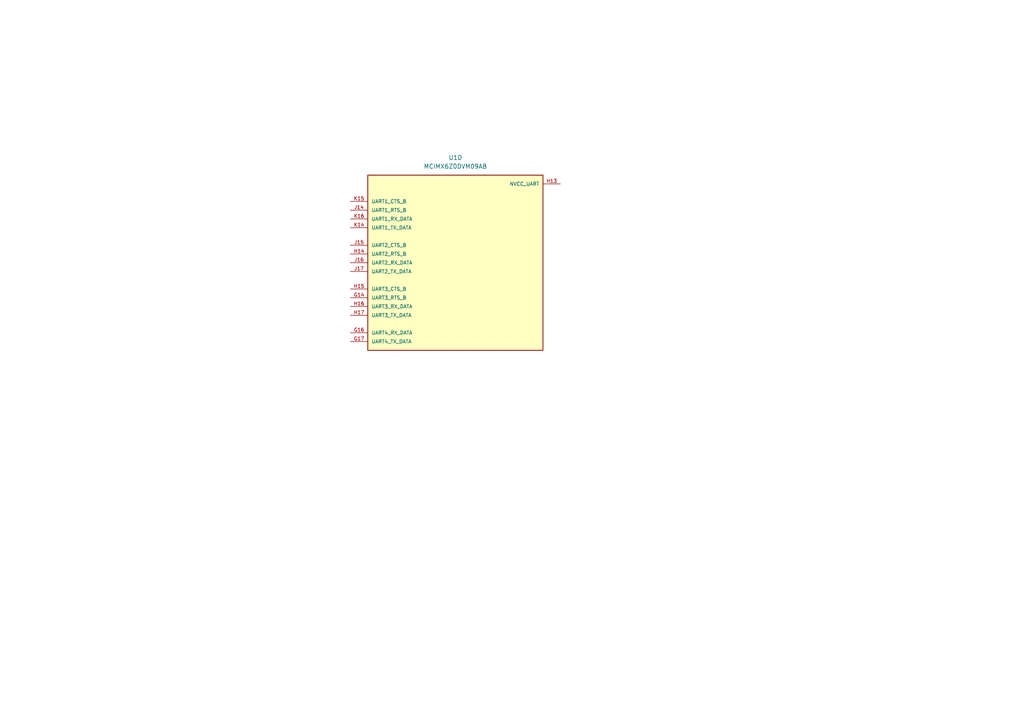
<source format=kicad_sch>
(kicad_sch (version 20211123) (generator eeschema)
  (paper "A4")
  (lib_symbols
    (symbol "MCIMX6Z0DVM09AB:MCIMX6Z0DVM09AB" (pin_names (offset 1.016))
      (property "Reference" "U" (at -33.02 31.75 0))
      (property "Value" "MCIMX6Z0DVM09AB" (at -33.02 -31.75 0))
      (symbol "MCIMX6Z0DVM09AB_1_0"
        (rectangle (start -33.02 -30.48) (end 33.02 30.48) (stroke (width 0.254)) (fill (type background)))
        (pin input clock (at -38.1 -5.08 0) (length 5.08) (name "I2C2_SCL") (number "F17"))
        (pin bidirectional line (at -38.1 -7.62 0) (length 5.08) (name "I2C2_SDA") (number "G13"))
        (pin power_in line (at 38.1 -27.94 180) (length 5.08) (name "NGND_KEL0") (number "M12"))
        (pin input clock (at 38.1 -10.16 180) (length 5.08) (name "JTAG_TCK") (number "M14"))
        (pin input line (at 38.1 -20.32 180) (length 5.08) (name "JTAG_TRST_B") (number "N14"))
        (pin output line (at 38.1 -15.24 180) (length 5.08) (name "JTAG_TDO") (number "N15"))
        (pin input line (at 38.1 -12.7 180) (length 5.08) (name "JTAG_TDI") (number "N16"))
        (pin input line (at -38.1 17.78 0) (length 5.08) (name "TEST_MODE") (number "N7"))
        (pin power_in line (at 38.1 27.94 180) (length 5.08) (name "NVCC_PLL") (number "P13"))
        (pin input line (at 38.1 -17.78 180) (length 5.08) (name "JTAG_TMS") (number "P14"))
        (pin input line (at 38.1 -7.62 180) (length 5.08) (name "JTAG_MOD") (number "P15"))
        (pin input clock (at -38.1 5.08 0) (length 5.08) (name "CCM_CLK1_N") (number "P16"))
        (pin input clock (at -38.1 2.54 0) (length 5.08) (name "CCM_CLK1_P") (number "P17"))
        (pin input line (at -38.1 20.32 0) (length 5.08) (name "POR_B") (number "P8"))
        (pin bidirectional line (at 38.1 22.86 180) (length 5.08) (name "GPANIO") (number "R13"))
        (pin input line (at -38.1 22.86 0) (length 5.08) (name "ONOFF") (number "R8"))
        (pin input line (at -38.1 12.7 0) (length 5.08) (name "BOOT_MODE0") (number "T10"))
        (pin input line (at -38.1 -20.32 0) (length 5.08) (name "RTC_XTALI") (number "T11"))
        (pin power_in line (at 38.1 5.08 180) (length 5.08) (name "USB_OTG1_VBUS") (number "T12"))
        (pin bidirectional line (at 38.1 2.54 180) (length 5.08) (name "USB_OTG2_DN") (number "T13"))
        (pin bidirectional line (at 38.1 10.16 180) (length 5.08) (name "USB_OTG1_DN") (number "T15"))
        (pin input line (at -38.1 -12.7 0) (length 5.08) (name "XTALI") (number "T16"))
        (pin output line (at -38.1 -15.24 0) (length 5.08) (name "XTALO") (number "T17"))
        (pin output line (at 38.1 17.78 180) (length 5.08) (name "SNVS_PMIC_ON_REQ") (number "T9"))
        (pin input line (at -38.1 10.16 0) (length 5.08) (name "BOOT_MODE1") (number "U10"))
        (pin output line (at -38.1 -22.86 0) (length 5.08) (name "RTC_XTALO") (number "U11"))
        (pin power_in line (at 38.1 -2.54 180) (length 5.08) (name "USB_OTG2_VBUS") (number "U12"))
        (pin bidirectional line (at 38.1 0 180) (length 5.08) (name "USB_OTG2_DP") (number "U13"))
        (pin bidirectional line (at 38.1 7.62 180) (length 5.08) (name "USB_OTG1_DP") (number "U15"))
        (pin bidirectional line (at 38.1 12.7 180) (length 5.08) (name "USB_OTG1_CHD_B") (number "U16"))
        (pin output line (at -38.1 0 0) (length 5.08) (name "CCM_PMIC_STBY_REQ") (number "U9"))
      )
      (symbol "MCIMX6Z0DVM09AB_2_0"
        (rectangle (start -25.4 -48.26) (end 25.4 45.72) (stroke (width 0.254)) (fill (type background)))
        (pin output line (at 30.48 17.78 180) (length 5.08) (name "DRAM_ODT1") (number "F1"))
        (pin output line (at 30.48 -43.18 180) (length 5.08) (name "DRAM_ADDR14") (number "G1"))
        (pin output line (at 30.48 -22.86 180) (length 5.08) (name "DRAM_ADDR06") (number "G2"))
        (pin output line (at 30.48 12.7 180) (length 5.08) (name "DRAM_RESET") (number "G4"))
        (pin power_in line (at 30.48 40.64 180) (length 5.08) (name "NVCC_DRAM") (number "G6"))
        (pin output line (at 30.48 7.62 180) (length 5.08) (name "DRAM_SDBA1") (number "H1"))
        (pin output line (at 30.48 -10.16 180) (length 5.08) (name "DRAM_ADDR01") (number "H2"))
        (pin output line (at 30.48 -40.64 180) (length 5.08) (name "DRAM_ADDR13") (number "H3"))
        (pin output line (at 30.48 -25.4 180) (length 5.08) (name "DRAM_ADDR07") (number "H4"))
        (pin output line (at 30.48 27.94 180) (length 5.08) (name "DRAM_CS1_B") (number "H5"))
        (pin power_in line (at 30.48 40.64 180) (length 5.08) (name "NVCC_DRAM") (number "H6"))
        (pin output line (at 30.48 -2.54 180) (length 5.08) (name "DRAM_SDWE_B") (number "J1"))
        (pin output line (at 30.48 33.02 180) (length 5.08) (name "DRAM_CAS_B") (number "J2"))
        (pin output line (at 30.48 0 180) (length 5.08) (name "DRAM_SDCKE1") (number "J3"))
        (pin output line (at 30.48 -27.94 180) (length 5.08) (name "DRAM_ADDR08") (number "J4"))
        (pin power_in line (at 30.48 40.64 180) (length 5.08) (name "NVCC_DRAM") (number "J6"))
        (pin output line (at 30.48 -12.7 180) (length 5.08) (name "DRAM_ADDR02") (number "K1"))
        (pin output line (at 30.48 5.08 180) (length 5.08) (name "DRAM_SDBA2") (number "K2"))
        (pin output line (at 30.48 -35.56 180) (length 5.08) (name "DRAM_ADDR11") (number "K3"))
        (pin output line (at 30.48 -17.78 180) (length 5.08) (name "DRAM_ADDR04") (number "K4"))
        (pin output line (at 30.48 -45.72 180) (length 5.08) (name "DRAM_ADDR15") (number "K5"))
        (pin power_in line (at 30.48 40.64 180) (length 5.08) (name "NVCC_DRAM") (number "K6"))
        (pin output line (at 30.48 -20.32 180) (length 5.08) (name "DRAM_ADDR05") (number "L1"))
        (pin output line (at 30.48 -30.48 180) (length 5.08) (name "DRAM_ADDR09") (number "L2"))
        (pin output line (at 30.48 -38.1 180) (length 5.08) (name "DRAM_ADDR12") (number "L4"))
        (pin output line (at 30.48 -7.62 180) (length 5.08) (name "DRAM_ADDR00") (number "L5"))
        (pin power_in line (at 30.48 40.64 180) (length 5.08) (name "NVCC_DRAM") (number "L6"))
        (pin output line (at 30.48 10.16 180) (length 5.08) (name "DRAM_SDBA0") (number "M1"))
        (pin output line (at 30.48 -15.24 180) (length 5.08) (name "DRAM_ADDR03") (number "M2"))
        (pin output line (at 30.48 2.54 180) (length 5.08) (name "DRAM_SDCKE0") (number "M3"))
        (pin output line (at 30.48 -33.02 180) (length 5.08) (name "DRAM_ADDR10") (number "M4"))
        (pin output line (at 30.48 15.24 180) (length 5.08) (name "DRAM_RAS_B") (number "M5"))
        (pin power_in line (at 30.48 40.64 180) (length 5.08) (name "NVCC_DRAM") (number "M6"))
        (pin output line (at 30.48 20.32 180) (length 5.08) (name "DRAM_ODT0") (number "N1"))
        (pin output line (at 30.48 30.48 180) (length 5.08) (name "DRAM_CS0_B") (number "N2"))
        (pin input line (at -30.48 10.16 0) (length 5.08) (name "DRAM_ZQPAD") (number "N4"))
        (pin power_in line (at 30.48 38.1 180) (length 5.08) (name "NVCC_DRAM_2P5") (number "N6"))
        (pin input clock (at -30.48 30.48 0) (length 5.08) (name "DRAM_SDCLK0_P") (number "P1"))
        (pin input clock (at -30.48 33.02 0) (length 5.08) (name "DRAM_SDCLK0_N") (number "P2"))
        (pin input line (at -30.48 -40.64 0) (length 5.08) (name "DRAM_DATA13") (number "P3"))
        (pin power_in line (at 30.48 43.18 180) (length 5.08) (name "DRAM_VREF") (number "P4"))
        (pin input line (at -30.48 -38.1 0) (length 5.08) (name "DRAM_DATA12") (number "P5"))
        (pin input line (at -30.48 25.4 0) (length 5.08) (name "DRAM_SDQS0_P") (number "P6"))
        (pin input line (at -30.48 22.86 0) (length 5.08) (name "DRAM_SDQS0_N") (number "P7"))
        (pin input line (at -30.48 -45.72 0) (length 5.08) (name "DRAM_DATA15") (number "R1"))
        (pin input line (at -30.48 -43.18 0) (length 5.08) (name "DRAM_DATA14") (number "R2"))
        (pin input line (at -30.48 -35.56 0) (length 5.08) (name "DRAM_DATA11") (number "R4"))
        (pin input line (at -30.48 17.78 0) (length 5.08) (name "DRAM_SDQS1_P") (number "T1"))
        (pin input line (at -30.48 15.24 0) (length 5.08) (name "DRAM_SDQS1_N") (number "T2"))
        (pin output line (at 30.48 22.86 180) (length 5.08) (name "DRAM_DQM1") (number "T3"))
        (pin input line (at -30.48 -7.62 0) (length 5.08) (name "DRAM_DATA00") (number "T4"))
        (pin input line (at -30.48 -22.86 0) (length 5.08) (name "DRAM_DATA06") (number "T5"))
        (pin input line (at -30.48 -12.7 0) (length 5.08) (name "DRAM_DATA02") (number "T6"))
        (pin output line (at 30.48 25.4 180) (length 5.08) (name "DRAM_DQM0") (number "T7"))
        (pin input line (at -30.48 -20.32 0) (length 5.08) (name "DRAM_DATA05") (number "T8"))
        (pin input line (at -30.48 -27.94 0) (length 5.08) (name "DRAM_DATA08") (number "U2"))
        (pin input line (at -30.48 -30.48 0) (length 5.08) (name "DRAM_DATA09") (number "U3"))
        (pin input line (at -30.48 -25.4 0) (length 5.08) (name "DRAM_DATA07") (number "U4"))
        (pin input line (at -30.48 -33.02 0) (length 5.08) (name "DRAM_DATA10") (number "U5"))
        (pin input line (at -30.48 -10.16 0) (length 5.08) (name "DRAM_DATA01") (number "U6"))
        (pin input line (at -30.48 -15.24 0) (length 5.08) (name "DRAM_DATA03") (number "U7"))
        (pin input line (at -30.48 -17.78 0) (length 5.08) (name "DRAM_DATA04") (number "U8"))
      )
      (symbol "MCIMX6Z0DVM09AB_3_0"
        (rectangle (start -20.32 -55.88) (end 20.32 55.88) (stroke (width 0.254)) (fill (type background)))
        (pin bidirectional line (at -25.4 -10.16 0) (length 5.08) (name "GPIO3_IO11") (number "A10"))
        (pin bidirectional line (at -25.4 -17.78 0) (length 5.08) (name "GPIO3_IO14") (number "A11"))
        (pin bidirectional line (at -25.4 -30.48 0) (length 5.08) (name "GPIO3_IO19") (number "A12"))
        (pin bidirectional line (at -25.4 -40.64 0) (length 5.08) (name "GPIO3_IO23") (number "A13"))
        (pin bidirectional line (at -25.4 -50.8 0) (length 5.08) (name "GPIO3_IO27") (number "A14"))
        (pin bidirectional line (at -25.4 17.78 0) (length 5.08) (name "GPIO3_IO00") (number "A8"))
        (pin bidirectional line (at -25.4 2.54 0) (length 5.08) (name "GPIO3_IO06") (number "A9"))
        (pin bidirectional line (at -25.4 -7.62 0) (length 5.08) (name "GPIO3_IO10") (number "B10"))
        (pin bidirectional line (at -25.4 -15.24 0) (length 5.08) (name "GPIO3_IO13") (number "B11"))
        (pin bidirectional line (at -25.4 -27.94 0) (length 5.08) (name "GPIO3_IO18") (number "B12"))
        (pin bidirectional line (at -25.4 -38.1 0) (length 5.08) (name "GPIO3_IO22") (number "B13"))
        (pin bidirectional line (at -25.4 -48.26 0) (length 5.08) (name "GPIO3_IO26") (number "B14"))
        (pin bidirectional line (at -25.4 -53.34 0) (length 5.08) (name "GPIO3_IO28") (number "B16"))
        (pin bidirectional line (at -25.4 15.24 0) (length 5.08) (name "GPIO3_IO01") (number "B8"))
        (pin bidirectional line (at -25.4 5.08 0) (length 5.08) (name "GPIO3_IO05") (number "B9"))
        (pin bidirectional line (at -25.4 -5.08 0) (length 5.08) (name "GPIO3_IO09") (number "C10"))
        (pin bidirectional line (at -25.4 -25.4 0) (length 5.08) (name "GPIO3_IO17") (number "C12"))
        (pin bidirectional line (at -25.4 -35.56 0) (length 5.08) (name "GPIO3_IO21") (number "C13"))
        (pin bidirectional line (at -25.4 -45.72 0) (length 5.08) (name "GPIO3_IO25") (number "C14"))
        (pin bidirectional line (at -25.4 10.16 0) (length 5.08) (name "GPIO3_IO03") (number "C9"))
        (pin bidirectional line (at -25.4 -2.54 0) (length 5.08) (name "GPIO3_IO08") (number "D10"))
        (pin bidirectional line (at -25.4 -12.7 0) (length 5.08) (name "GPIO3_IO12") (number "D11"))
        (pin bidirectional line (at -25.4 -22.86 0) (length 5.08) (name "GPIO3_IO16") (number "D12"))
        (pin bidirectional line (at -25.4 -33.02 0) (length 5.08) (name "GPIO3_IO20") (number "D13"))
        (pin bidirectional line (at -25.4 -43.18 0) (length 5.08) (name "GPIO3_IO24") (number "D14"))
        (pin bidirectional line (at -25.4 12.7 0) (length 5.08) (name "GPIO3_IO02") (number "D9"))
        (pin bidirectional line (at -25.4 0 0) (length 5.08) (name "GPIO3_IO07") (number "E10"))
        (pin bidirectional line (at -25.4 -20.32 0) (length 5.08) (name "GPIO3_IO15") (number "E12"))
        (pin power_in line (at 25.4 50.8 180) (length 5.08) (name "NVCC_GPIO3") (number "E13"))
        (pin bidirectional line (at -25.4 7.62 0) (length 5.08) (name "GPIO3_IO04") (number "E9"))
        (pin power_in line (at 25.4 53.34 180) (length 5.08) (name "NVCC_GPIO") (number "J13"))
        (pin bidirectional line (at -25.4 45.72 0) (length 5.08) (name "GPIO1_IO00") (number "K13"))
        (pin bidirectional line (at -25.4 30.48 0) (length 5.08) (name "GPIO1_IO06") (number "K17"))
        (pin bidirectional line (at -25.4 40.64 0) (length 5.08) (name "GPIO1_IO02") (number "L14"))
        (pin bidirectional line (at -25.4 43.18 0) (length 5.08) (name "GPIO1_IO01") (number "L15"))
        (pin bidirectional line (at -25.4 27.94 0) (length 5.08) (name "GPIO1_IO07") (number "L16"))
        (pin bidirectional line (at -25.4 38.1 0) (length 5.08) (name "GPIO1_IO03") (number "L17"))
        (pin bidirectional line (at -25.4 22.86 0) (length 5.08) (name "GPIO1_IO09") (number "M15"))
        (pin bidirectional line (at -25.4 35.56 0) (length 5.08) (name "GPIO1_IO04") (number "M16"))
        (pin bidirectional line (at -25.4 33.02 0) (length 5.08) (name "GPIO1_IO05") (number "M17"))
        (pin bidirectional line (at 25.4 27.94 180) (length 5.08) (name "GPIO5_IO07") (number "N10"))
        (pin bidirectional line (at 25.4 30.48 180) (length 5.08) (name "GPIO5_IO06") (number "N11"))
        (pin bidirectional line (at -25.4 25.4 0) (length 5.08) (name "GPIO1_IO08") (number "N17"))
        (pin bidirectional line (at 25.4 33.02 180) (length 5.08) (name "GPIO5_IO05") (number "N8"))
        (pin bidirectional line (at 25.4 25.4 180) (length 5.08) (name "GPIO5_IO08") (number "N9"))
        (pin bidirectional line (at 25.4 38.1 180) (length 5.08) (name "GPIO5_IO03") (number "P10"))
        (pin bidirectional line (at 25.4 40.64 180) (length 5.08) (name "GPIO5_IO02") (number "P11"))
        (pin bidirectional line (at 25.4 35.56 180) (length 5.08) (name "GPIO5_IO04") (number "P9"))
        (pin bidirectional line (at 25.4 45.72 180) (length 5.08) (name "GPIO5_IO00") (number "R10"))
        (pin bidirectional line (at 25.4 22.86 180) (length 5.08) (name "GPIO5_IO09") (number "R6"))
        (pin bidirectional line (at 25.4 43.18 180) (length 5.08) (name "GPIO5_IO01") (number "R9"))
      )
      (symbol "MCIMX6Z0DVM09AB_4_0"
        (rectangle (start -25.4 -25.4) (end 25.4 25.4) (stroke (width 0.254)) (fill (type background)))
        (pin input line (at -30.48 -10.16 0) (length 5.08) (name "UART3_RTS_B") (number "G14"))
        (pin output line (at -30.48 -20.32 0) (length 5.08) (name "UART4_RX_DATA") (number "G16"))
        (pin input line (at -30.48 -22.86 0) (length 5.08) (name "UART4_TX_DATA") (number "G17"))
        (pin power_in line (at 30.48 22.86 180) (length 5.08) (name "NVCC_UART") (number "H13"))
        (pin input line (at -30.48 2.54 0) (length 5.08) (name "UART2_RTS_B") (number "H14"))
        (pin input line (at -30.48 -7.62 0) (length 5.08) (name "UART3_CTS_B") (number "H15"))
        (pin output line (at -30.48 -12.7 0) (length 5.08) (name "UART3_RX_DATA") (number "H16"))
        (pin input line (at -30.48 -15.24 0) (length 5.08) (name "UART3_TX_DATA") (number "H17"))
        (pin input line (at -30.48 15.24 0) (length 5.08) (name "UART1_RTS_B") (number "J14"))
        (pin input line (at -30.48 5.08 0) (length 5.08) (name "UART2_CTS_B") (number "J15"))
        (pin output line (at -30.48 0 0) (length 5.08) (name "UART2_RX_DATA") (number "J16"))
        (pin input line (at -30.48 -2.54 0) (length 5.08) (name "UART2_TX_DATA") (number "J17"))
        (pin input line (at -30.48 10.16 0) (length 5.08) (name "UART1_TX_DATA") (number "K14"))
        (pin input line (at -30.48 17.78 0) (length 5.08) (name "UART1_CTS_B") (number "K15"))
        (pin output line (at -30.48 12.7 0) (length 5.08) (name "UART1_RX_DATA") (number "K16"))
      )
      (symbol "MCIMX6Z0DVM09AB_5_0"
        (rectangle (start -22.86 -27.94) (end 22.86 25.4) (stroke (width 0.254)) (fill (type background)))
        (pin input line (at -27.94 2.54 0) (length 5.08) (name "NAND_READY_B") (number "A3"))
        (pin input line (at -27.94 10.16 0) (length 5.08) (name "NAND_CLE") (number "A4"))
        (pin bidirectional line (at -27.94 -25.4 0) (length 5.08) (name "NAND_DATA07") (number "A5"))
        (pin bidirectional line (at -27.94 -22.86 0) (length 5.08) (name "NAND_DATA06") (number "A6"))
        (pin bidirectional line (at -27.94 -12.7 0) (length 5.08) (name "NAND_DATA02") (number "A7"))
        (pin input line (at -27.94 17.78 0) (length 5.08) (name "NAND_ALE") (number "B4"))
        (pin input line (at -27.94 12.7 0) (length 5.08) (name "NAND_CE1_B") (number "B5"))
        (pin bidirectional line (at -27.94 -20.32 0) (length 5.08) (name "NAND_DATA05") (number "B6"))
        (pin bidirectional line (at -27.94 -10.16 0) (length 5.08) (name "NAND_DATA01") (number "B7"))
        (pin input line (at -27.94 15.24 0) (length 5.08) (name "NAND_CE0_B") (number "C5"))
        (pin bidirectional line (at -27.94 -17.78 0) (length 5.08) (name "NAND_DATA04") (number "C6"))
        (pin input line (at -27.94 0 0) (length 5.08) (name "NAND_WE_B") (number "C8"))
        (pin input line (at -27.94 -2.54 0) (length 5.08) (name "NAND_WP_B") (number "D5"))
        (pin bidirectional line (at -27.94 -15.24 0) (length 5.08) (name "NAND_DATA03") (number "D6"))
        (pin bidirectional line (at -27.94 -7.62 0) (length 5.08) (name "NAND_DATA00") (number "D7"))
        (pin input line (at -27.94 5.08 0) (length 5.08) (name "NAND_RE_B") (number "D8"))
        (pin input line (at -27.94 7.62 0) (length 5.08) (name "NAND_DQS") (number "E6"))
        (pin power_in line (at 27.94 22.86 180) (length 5.08) (name "NVCC_NAND") (number "E7"))
      )
      (symbol "MCIMX6Z0DVM09AB_6_0"
        (rectangle (start -17.78 -27.94) (end 17.78 30.48) (stroke (width 0.254)) (fill (type background)))
        (pin bidirectional line (at -22.86 7.62 0) (length 5.08) (name "SD1_DATA3") (number "A2"))
        (pin bidirectional line (at -22.86 10.16 0) (length 5.08) (name "SD1_DATA2") (number "B1"))
        (pin bidirectional line (at -22.86 12.7 0) (length 5.08) (name "SD1_DATA1") (number "B2"))
        (pin bidirectional line (at -22.86 15.24 0) (length 5.08) (name "SD1_DATA0") (number "B3"))
        (pin input clock (at -22.86 20.32 0) (length 5.08) (name "SD1_CLK") (number "C1"))
        (pin input line (at -22.86 17.78 0) (length 5.08) (name "SD1_CMD") (number "C2"))
        (pin power_in line (at 22.86 27.94 180) (length 5.08) (name "NVCC_SD1") (number "C4"))
        (pin bidirectional line (at -22.86 -25.4 0) (length 5.08) (name "SD2_DATA7") (number "D1"))
        (pin bidirectional line (at -22.86 -22.86 0) (length 5.08) (name "SD2_DATA6") (number "D2"))
        (pin bidirectional line (at -22.86 -20.32 0) (length 5.08) (name "SD2_DATA5") (number "D3"))
        (pin bidirectional line (at -22.86 -17.78 0) (length 5.08) (name "SD2_DATA4") (number "D4"))
        (pin bidirectional line (at -22.86 -15.24 0) (length 5.08) (name "SD2_DATA3") (number "E1"))
        (pin bidirectional line (at -22.86 -12.7 0) (length 5.08) (name "SD2_DATA2") (number "E2"))
        (pin bidirectional line (at -22.86 -10.16 0) (length 5.08) (name "SD2_DATA1") (number "E3"))
        (pin bidirectional line (at -22.86 -7.62 0) (length 5.08) (name "SD2_DATA0") (number "E4"))
        (pin input line (at -22.86 -5.08 0) (length 5.08) (name "SD2_WP") (number "E5"))
        (pin input clock (at -22.86 0 0) (length 5.08) (name "SD2_CLK") (number "F2"))
        (pin input line (at -22.86 -2.54 0) (length 5.08) (name "SD2_CMD") (number "F3"))
        (pin power_in line (at 22.86 25.4 180) (length 5.08) (name "NVCC_SD2") (number "F4"))
        (pin input line (at -22.86 2.54 0) (length 5.08) (name "SD2_CD_B") (number "F5"))
      )
      (symbol "MCIMX6Z0DVM09AB_7_0"
        (rectangle (start -15.24 -25.4) (end 15.24 25.4) (stroke (width 0.254)) (fill (type background)))
        (pin input line (at -20.32 5.08 0) (length 5.08) (name "KPP_COL5") (number "A15"))
        (pin input line (at -20.32 -20.32 0) (length 5.08) (name "KPP_ROW6") (number "A16"))
        (pin input line (at -20.32 2.54 0) (length 5.08) (name "KPP_COL6") (number "B15"))
        (pin input line (at -20.32 -17.78 0) (length 5.08) (name "KPP_ROW5") (number "B17"))
        (pin input line (at -20.32 7.62 0) (length 5.08) (name "KPP_COL4") (number "C16"))
        (pin input line (at -20.32 -15.24 0) (length 5.08) (name "KPP_ROW4") (number "C17"))
        (pin input line (at -20.32 10.16 0) (length 5.08) (name "KPP_COL3") (number "D15"))
        (pin input line (at -20.32 0 0) (length 5.08) (name "KPP_COL7") (number "D16"))
        (pin input line (at -20.32 -22.86 0) (length 5.08) (name "KPP_ROW7") (number "D17"))
        (pin input line (at -20.32 -10.16 0) (length 5.08) (name "KPP_ROW2") (number "E14"))
        (pin input line (at -20.32 15.24 0) (length 5.08) (name "KPP_COL1") (number "E15"))
        (pin input line (at -20.32 -7.62 0) (length 5.08) (name "KPP_ROW1") (number "E16"))
        (pin input line (at -20.32 17.78 0) (length 5.08) (name "KPP_COL0") (number "E17"))
        (pin power_in line (at 20.32 22.86 180) (length 5.08) (name "NVCC_KPP") (number "F13"))
        (pin input line (at -20.32 -12.7 0) (length 5.08) (name "KPP_ROW3") (number "F14"))
        (pin input line (at -20.32 12.7 0) (length 5.08) (name "KPP_COL2") (number "F15"))
        (pin input line (at -20.32 -5.08 0) (length 5.08) (name "KPP_ROW0") (number "F16"))
      )
      (symbol "MCIMX6Z0DVM09AB_8_0"
        (rectangle (start -12.7 -20.32) (end 12.7 17.78) (stroke (width 0.254)) (fill (type background)))
        (pin power_in line (at 17.78 -7.62 180) (length 5.08) (name "VSS") (number "A1"))
        (pin power_in line (at 17.78 -7.62 180) (length 5.08) (name "VSS") (number "A17"))
        (pin power_in line (at 17.78 -7.62 180) (length 5.08) (name "VSS") (number "C11"))
        (pin power_in line (at 17.78 -7.62 180) (length 5.08) (name "VSS") (number "C15"))
        (pin power_in line (at 17.78 -7.62 180) (length 5.08) (name "VSS") (number "C3"))
        (pin power_in line (at 17.78 -7.62 180) (length 5.08) (name "VSS") (number "C7"))
        (pin power_in line (at 17.78 -7.62 180) (length 5.08) (name "VSS") (number "E11"))
        (pin power_in line (at 17.78 -7.62 180) (length 5.08) (name "VSS") (number "E8"))
        (pin power_in line (at 17.78 -10.16 180) (length 5.08) (name "VSS_1") (number "F10"))
        (pin power_in line (at 17.78 -10.16 180) (length 5.08) (name "VSS_1") (number "F11"))
        (pin power_in line (at 17.78 -10.16 180) (length 5.08) (name "VSS_1") (number "F12"))
        (pin power_in line (at 17.78 -7.62 180) (length 5.08) (name "VSS") (number "F6"))
        (pin power_in line (at 17.78 -7.62 180) (length 5.08) (name "VSS") (number "F7"))
        (pin power_in line (at 17.78 -10.16 180) (length 5.08) (name "VSS_1") (number "F8"))
        (pin power_in line (at 17.78 -10.16 180) (length 5.08) (name "VSS_1") (number "F9"))
        (pin power_in line (at 17.78 15.24 180) (length 5.08) (name "VDD_ARM_CAP") (number "G10"))
        (pin power_in line (at 17.78 15.24 180) (length 5.08) (name "VDD_ARM_CAP") (number "G11"))
        (pin power_in line (at 17.78 -10.16 180) (length 5.08) (name "VSS_1") (number "G12"))
        (pin power_in line (at 17.78 -10.16 180) (length 5.08) (name "VSS_1") (number "G15"))
        (pin power_in line (at 17.78 -10.16 180) (length 5.08) (name "VSS_1") (number "G3"))
        (pin power_in line (at 17.78 -10.16 180) (length 5.08) (name "VSS_1") (number "G5"))
        (pin power_in line (at 17.78 -10.16 180) (length 5.08) (name "VSS_1") (number "G7"))
        (pin power_in line (at 17.78 2.54 180) (length 5.08) (name "VDD_SOC_CAP") (number "G8"))
        (pin power_in line (at 17.78 15.24 180) (length 5.08) (name "VDD_ARM_CAP") (number "G9"))
        (pin power_in line (at 17.78 0 180) (length 5.08) (name "VDD_SOC_IN") (number "H10"))
        (pin power_in line (at 17.78 15.24 180) (length 5.08) (name "VDD_ARM_CAP") (number "H11"))
        (pin power_in line (at 17.78 -12.7 180) (length 5.08) (name "VSS_2") (number "H12"))
        (pin power_in line (at 17.78 -12.7 180) (length 5.08) (name "VSS_2") (number "H7"))
        (pin power_in line (at 17.78 2.54 180) (length 5.08) (name "VDD_SOC_CAP") (number "H8"))
        (pin power_in line (at 17.78 0 180) (length 5.08) (name "VDD_SOC_IN") (number "H9"))
        (pin power_in line (at 17.78 0 180) (length 5.08) (name "VDD_SOC_IN") (number "J10"))
        (pin power_in line (at 17.78 2.54 180) (length 5.08) (name "VDD_SOC_CAP") (number "J11"))
        (pin power_in line (at 17.78 -12.7 180) (length 5.08) (name "VSS_2") (number "J12"))
        (pin power_in line (at 17.78 -12.7 180) (length 5.08) (name "VSS_2") (number "J5"))
        (pin power_in line (at 17.78 -12.7 180) (length 5.08) (name "VSS_2") (number "J7"))
        (pin power_in line (at 17.78 2.54 180) (length 5.08) (name "VDD_SOC_CAP") (number "J8"))
        (pin power_in line (at 17.78 0 180) (length 5.08) (name "VDD_SOC_IN") (number "J9"))
        (pin power_in line (at 17.78 0 180) (length 5.08) (name "VDD_SOC_IN") (number "K10"))
        (pin power_in line (at 17.78 2.54 180) (length 5.08) (name "VDD_SOC_CAP") (number "K11"))
        (pin power_in line (at 17.78 -12.7 180) (length 5.08) (name "VSS_2") (number "K12"))
        (pin power_in line (at 17.78 -12.7 180) (length 5.08) (name "VSS_2") (number "K7"))
        (pin power_in line (at 17.78 2.54 180) (length 5.08) (name "VDD_SOC_CAP") (number "K8"))
        (pin power_in line (at 17.78 0 180) (length 5.08) (name "VDD_SOC_IN") (number "K9"))
        (pin power_in line (at 17.78 2.54 180) (length 5.08) (name "VDD_SOC_CAP") (number "L10"))
        (pin power_in line (at 17.78 2.54 180) (length 5.08) (name "VDD_SOC_CAP") (number "L11"))
        (pin power_in line (at 17.78 -12.7 180) (length 5.08) (name "VSS_2") (number "L12"))
        (pin power_in line (at 17.78 10.16 180) (length 5.08) (name "VDD_HIGH_IN") (number "L13"))
        (pin power_in line (at 17.78 -12.7 180) (length 5.08) (name "VSS_2") (number "L3"))
        (pin power_in line (at 17.78 -12.7 180) (length 5.08) (name "VSS_2") (number "L7"))
        (pin power_in line (at 17.78 2.54 180) (length 5.08) (name "VDD_SOC_CAP") (number "L8"))
        (pin power_in line (at 17.78 2.54 180) (length 5.08) (name "VDD_SOC_CAP") (number "L9"))
        (pin power_in line (at 17.78 -15.24 180) (length 5.08) (name "VSS_3") (number "M10"))
        (pin power_in line (at 17.78 -15.24 180) (length 5.08) (name "VSS_3") (number "M11"))
        (pin power_in line (at 17.78 10.16 180) (length 5.08) (name "VDD_HIGH_IN") (number "M13"))
        (pin power_in line (at 17.78 -15.24 180) (length 5.08) (name "VSS_3") (number "M7"))
        (pin power_in line (at 17.78 -15.24 180) (length 5.08) (name "VSS_3") (number "M8"))
        (pin power_in line (at 17.78 -15.24 180) (length 5.08) (name "VSS_3") (number "M9"))
        (pin power_in line (at 17.78 7.62 180) (length 5.08) (name "VDD_SNVS_CAP") (number "N12"))
        (pin power_in line (at 17.78 10.16 180) (length 5.08) (name "VDD_HIGH_IN") (number "N13"))
        (pin power_in line (at 17.78 -15.24 180) (length 5.08) (name "VSS_3") (number "N3"))
        (pin power_in line (at 17.78 -15.24 180) (length 5.08) (name "VSS_3") (number "N5"))
        (pin power_in line (at 17.78 5.08 180) (length 5.08) (name "VDD_SNVS_IN") (number "P12"))
        (pin power_in line (at 17.78 -17.78 180) (length 5.08) (name "VSS_4") (number "R11"))
        (pin power_in line (at 17.78 -2.54 180) (length 5.08) (name "VDD_USB_CAP") (number "R12"))
        (pin power_in line (at 17.78 12.7 180) (length 5.08) (name "VDD_HIGH_CAP") (number "R14"))
        (pin power_in line (at 17.78 12.7 180) (length 5.08) (name "VDD_HIGH_CAP") (number "R15"))
        (pin power_in line (at 17.78 -17.78 180) (length 5.08) (name "VSS_4") (number "R16"))
        (pin power_in line (at 17.78 -17.78 180) (length 5.08) (name "VSS_4") (number "R17"))
        (pin power_in line (at 17.78 -15.24 180) (length 5.08) (name "VSS_3") (number "R3"))
        (pin power_in line (at 17.78 -15.24 180) (length 5.08) (name "VSS_3") (number "R5"))
        (pin power_in line (at 17.78 -15.24 180) (length 5.08) (name "VSS_3") (number "R7"))
        (pin power_in line (at 17.78 -17.78 180) (length 5.08) (name "VSS_4") (number "T14"))
        (pin power_in line (at 17.78 -17.78 180) (length 5.08) (name "VSS_4") (number "U1"))
        (pin power_in line (at 17.78 -17.78 180) (length 5.08) (name "VSS_4") (number "U14"))
        (pin power_in line (at 17.78 -17.78 180) (length 5.08) (name "VSS_4") (number "U17"))
      )
    )
  )
  (symbol (lib_id "MCIMX6Z0DVM09AB:MCIMX6Z0DVM09AB") (at 132.08 76.2 0) (unit 4)
    (property "Reference" "U1" (at 132.08 45.72 0))
    (property "Value" "MCIMX6Z0DVM09AB" (at 132.08 48.26 0))
    (property "Footprint" "mb_nxp_mcu_mpu:BGA289C80P17X17_1400X1400X132" (effects hide))
    (property "PARTREV" "0" (effects hide))
    (property "STANDARD" "IPC 7351B" (effects hide))
    (property "SNAPEDA_PN" "MCIMX6Z0DVM09AB" (effects hide))
    (property "MAXIMUM_PACKAGE_HEIGHT" "1.32mm" (effects hide))
    (property "MANUFACTURER" "NXP" (effects hide))
  )
)
</source>
